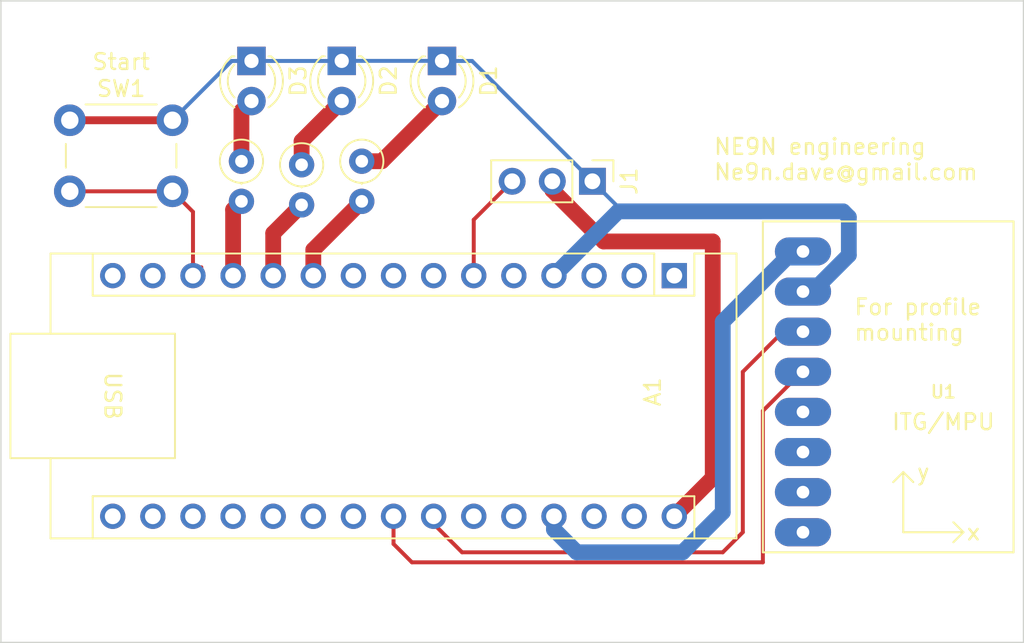
<source format=kicad_pcb>
(kicad_pcb (version 20240108) (generator "pcbnew") (generator_version "8.0")
  (layers (0 "F.Cu" signal) (31 "B.Cu" signal) (34 "B.Paste" user) (35 "F.Paste" user) (36 "B.SilkS" user "B.Silkscreen") (37 "F.SilkS" user "F.Silkscreen") (38 "B.Mask" user) (39 "F.Mask" user) (44 "Edge.Cuts" user))
  (net 0 "")
  (net 5 "Net-(A1-D3)")
  (net 9 "Net-(A1-D7)")
  (net 10 "Net-(A1-D8)")
  (net 11 "Net-(A1-D9)")
  (net 12 "Net-(A1-D10)")
  (net 22 "Net-(A1-A4)")
  (net 23 "Net-(A1-A5)")
  (net 26 "GND")
  (net 28 "+5V")
  (net 29 "Net-(A1-VIN)")
  (net 34 "Net-(D1-A)")
  (net 35 "Net-(D2-A)")
  (net 36 "Net-(D3-A)")
  (net 37 "GND1")
  (footprint "LED_THT:LED_D3.0mm" (layer "F.Cu") (at 140.335 75.565 -90)
    (property "Reference" "D1" (at 1.27 -2.96 90) (layer "F.SilkS"))
    (property "Value" "LED")
    (fp_line (start -0.29 1.08) (end -0.29 1.236) (stroke (width 0.12)) (layer "F.SilkS"))
    (fp_line (start -0.29 -1.236) (end -0.29 -1.08) (stroke (width 0.12)) (layer "F.SilkS"))
    (fp_arc (start 2.31113 1.079837) (mid 1.270117 1.5) (end 0.229039 1.08) (stroke (width 0.12)) (layer "F.SilkS"))
    (fp_arc (start 2.942335 1.078608) (mid 1.366487 1.987659) (end -0.29 1.235516) (stroke (width 0.12)) (layer "F.SilkS"))
    (fp_arc (start 0.229039 -1.08) (mid 1.270117 -1.5) (end 2.31113 -1.079837) (stroke (width 0.12)) (layer "F.SilkS"))
    (fp_arc (start -0.29 -1.235516) (mid 1.366487 -1.987659) (end 2.942335 -1.078608) (stroke (width 0.12)) (layer "F.SilkS"))
    (pad "1" thru_hole rect (at 0 0 270) (size 1.8 1.8) (drill 0.9) (layers "*.Cu" "*.Mask") (net 26 "GND"))
    (pad "2" thru_hole circle (at 2.54 0 270) (size 1.8 1.8) (drill 0.9) (layers "*.Cu" "*.Mask") (net 34 "Net-(D1-A)"))
  )
  (footprint "Module:Arduino_Nano" (layer "F.Cu") (at 155.046 89.159 -90)
    (property "Reference" "A1" (at 7.361 1.376 90) (layer "F.SilkS"))
    (property "Value" "Arduino_Nano_v3.x")
    (fp_line (start 3.68 42.04) (end 3.68 31.62) (stroke (width 0.12)) (layer "F.SilkS"))
    (fp_line (start 11.56 42.04) (end 3.68 42.04) (stroke (width 0.12)) (layer "F.SilkS"))
    (fp_line (start -1.4 39.5) (end 3.68 39.5) (stroke (width 0.12)) (layer "F.SilkS"))
    (fp_line (start 16.64 39.5) (end 11.56 39.5) (stroke (width 0.12)) (layer "F.SilkS"))
    (fp_line (start 16.64 39.5) (end 16.64 -3.94) (stroke (width 0.12)) (layer "F.SilkS"))
    (fp_line (start 1.27 36.83) (end -1.4 36.83) (stroke (width 0.12)) (layer "F.SilkS"))
    (fp_line (start 13.97 36.83) (end 16.64 36.83) (stroke (width 0.12)) (layer "F.SilkS"))
    (fp_line (start 3.68 31.62) (end 11.56 31.62) (stroke (width 0.12)) (layer "F.SilkS"))
    (fp_line (start 11.56 31.62) (end 11.56 42.04) (stroke (width 0.12)) (layer "F.SilkS"))
    (fp_line (start -1.4 1.27) (end -1.4 39.5) (stroke (width 0.12)) (layer "F.SilkS"))
    (fp_line (start 1.27 1.27) (end 1.27 36.83) (stroke (width 0.12)) (layer "F.SilkS"))
    (fp_line (start 1.27 1.27) (end -1.4 1.27) (stroke (width 0.12)) (layer "F.SilkS"))
    (fp_line (start 1.27 1.27) (end 1.27 -1.27) (stroke (width 0.12)) (layer "F.SilkS"))
    (fp_line (start 1.27 -1.27) (end -1.4 -1.27) (stroke (width 0.12)) (layer "F.SilkS"))
    (fp_line (start 13.97 -1.27) (end 13.97 36.83) (stroke (width 0.12)) (layer "F.SilkS"))
    (fp_line (start 13.97 -1.27) (end 16.64 -1.27) (stroke (width 0.12)) (layer "F.SilkS"))
    (fp_line (start -1.4 -3.94) (end -1.4 -1.27) (stroke (width 0.12)) (layer "F.SilkS"))
    (fp_line (start 16.64 -3.94) (end -1.4 -3.94) (stroke (width 0.12)) (layer "F.SilkS"))
    (fp_text user "USB" (at 7.62 35.56 -90) (layer "F.SilkS"))
    (pad "1" thru_hole rect (at 0 0 270) (size 1.6 1.6) (drill 1) (layers "*.Cu" "*.Mask"))
    (pad "2" thru_hole oval (at 0 2.54 270) (size 1.6 1.6) (drill 1) (layers "*.Cu" "*.Mask"))
    (pad "3" thru_hole oval (at 0 5.08 270) (size 1.6 1.6) (drill 1) (layers "*.Cu" "*.Mask"))
    (pad "4" thru_hole oval (at 0 7.62 270) (size 1.6 1.6) (drill 1) (layers "*.Cu" "*.Mask") (net 26 "GND"))
    (pad "5" thru_hole oval (at 0 10.16 270) (size 1.6 1.6) (drill 1) (layers "*.Cu" "*.Mask"))
    (pad "6" thru_hole oval (at 0 12.7 270) (size 1.6 1.6) (drill 1) (layers "*.Cu" "*.Mask") (net 5 "Net-(A1-D3)"))
    (pad "7" thru_hole oval (at 0 15.24 270) (size 1.6 1.6) (drill 1) (layers "*.Cu" "*.Mask"))
    (pad "8" thru_hole oval (at 0 17.78 270) (size 1.6 1.6) (drill 1) (layers "*.Cu" "*.Mask"))
    (pad "9" thru_hole oval (at 0 20.32 270) (size 1.6 1.6) (drill 1) (layers "*.Cu" "*.Mask"))
    (pad "10" thru_hole oval (at 0 22.86 270) (size 1.6 1.6) (drill 1) (layers "*.Cu" "*.Mask") (net 9 "Net-(A1-D7)"))
    (pad "11" thru_hole oval (at 0 25.4 270) (size 1.6 1.6) (drill 1) (layers "*.Cu" "*.Mask") (net 10 "Net-(A1-D8)"))
    (pad "12" thru_hole oval (at 0 27.94 270) (size 1.6 1.6) (drill 1) (layers "*.Cu" "*.Mask") (net 11 "Net-(A1-D9)"))
    (pad "13" thru_hole oval (at 0 30.48 270) (size 1.6 1.6) (drill 1) (layers "*.Cu" "*.Mask") (net 12 "Net-(A1-D10)"))
    (pad "14" thru_hole oval (at 0 33.02 270) (size 1.6 1.6) (drill 1) (layers "*.Cu" "*.Mask"))
    (pad "15" thru_hole oval (at 0 35.56 270) (size 1.6 1.6) (drill 1) (layers "*.Cu" "*.Mask"))
    (pad "16" thru_hole oval (at 15.24 35.56 270) (size 1.6 1.6) (drill 1) (layers "*.Cu" "*.Mask"))
    (pad "17" thru_hole oval (at 15.24 33.02 270) (size 1.6 1.6) (drill 1) (layers "*.Cu" "*.Mask"))
    (pad "18" thru_hole oval (at 15.24 30.48 270) (size 1.6 1.6) (drill 1) (layers "*.Cu" "*.Mask"))
    (pad "19" thru_hole oval (at 15.24 27.94 270) (size 1.6 1.6) (drill 1) (layers "*.Cu" "*.Mask"))
    (pad "20" thru_hole oval (at 15.24 25.4 270) (size 1.6 1.6) (drill 1) (layers "*.Cu" "*.Mask"))
    (pad "21" thru_hole oval (at 15.24 22.86 270) (size 1.6 1.6) (drill 1) (layers "*.Cu" "*.Mask"))
    (pad "22" thru_hole oval (at 15.24 20.32 270) (size 1.6 1.6) (drill 1) (layers "*.Cu" "*.Mask"))
    (pad "23" thru_hole oval (at 15.24 17.78 270) (size 1.6 1.6) (drill 1) (layers "*.Cu" "*.Mask") (net 22 "Net-(A1-A4)"))
    (pad "24" thru_hole oval (at 15.24 15.24 270) (size 1.6 1.6) (drill 1) (layers "*.Cu" "*.Mask") (net 23 "Net-(A1-A5)"))
    (pad "25" thru_hole oval (at 15.24 12.7 270) (size 1.6 1.6) (drill 1) (layers "*.Cu" "*.Mask"))
    (pad "26" thru_hole oval (at 15.24 10.16 270) (size 1.6 1.6) (drill 1) (layers "*.Cu" "*.Mask"))
    (pad "27" thru_hole oval (at 15.24 7.62 270) (size 1.6 1.6) (drill 1) (layers "*.Cu" "*.Mask") (net 28 "+5V"))
    (pad "28" thru_hole oval (at 15.24 5.08 270) (size 1.6 1.6) (drill 1) (layers "*.Cu" "*.Mask"))
    (pad "29" thru_hole oval (at 15.24 2.54 270) (size 1.6 1.6) (drill 1) (layers "*.Cu" "*.Mask") (net 37 "GND1"))
    (pad "30" thru_hole oval (at 15.24 0 270) (size 1.6 1.6) (drill 1) (layers "*.Cu" "*.Mask") (net 29 "Net-(A1-VIN)"))
  )
  (footprint "MountingHole:MountingHole_2.2mm_M2" (layer "F.Cu") (at 114.935 108.585)
    (property "Reference" "H4" (hide yes))
    (property "Value" "MountingHole" (hide yes))
    (pad "" np_thru_hole circle (at 0 0) (size 2.2 2.2) (drill 2.2) (layers "*.Cu" "*.Mask"))
  )
  (footprint "MountingHole:MountingHole_2.2mm_M2" (layer "F.Cu") (at 172.085 109.22)
    (property "Reference" "H3" (hide yes))
    (property "Value" "MountingHole" (hide yes))
    (pad "" np_thru_hole circle (at 0 0) (size 2.2 2.2) (drill 2.2) (layers "*.Cu" "*.Mask"))
  )
  (footprint "dave:GY-521" (layer "F.Cu") (at 172.085 96.52)
    (property "Reference" "U1" (at 0 0 0) (layer "F.SilkS") (effects (font (size 0.787402 0.787402))))
    (property "Value" "GY-521")
    (fp_line (start -11.43 -10.795) (end 4.445 -10.795) (stroke (width 0.127)) (layer "F.SilkS"))
    (fp_line (start -11.43 10.16) (end -11.43 -10.795) (stroke (width 0.127)) (layer "F.SilkS"))
    (fp_line (start -2.54 5.08) (end -3.175 5.715) (stroke (width 0.127)) (layer "F.SilkS"))
    (fp_line (start -2.54 5.08) (end -1.905 5.715) (stroke (width 0.127)) (layer "F.SilkS"))
    (fp_line (start -2.54 8.89) (end -2.54 5.08) (stroke (width 0.127)) (layer "F.SilkS"))
    (fp_line (start -2.54 8.89) (end 1.27 8.89) (stroke (width 0.127)) (layer "F.SilkS"))
    (fp_line (start 1.27 8.89) (end 0.635 8.255) (stroke (width 0.127)) (layer "F.SilkS"))
    (fp_line (start 1.27 8.89) (end 0.635 9.525) (stroke (width 0.127)) (layer "F.SilkS"))
    (fp_line (start 4.445 -10.795) (end 4.445 10.16) (stroke (width 0.127)) (layer "F.SilkS"))
    (fp_line (start 4.445 10.16) (end -11.43 10.16) (stroke (width 0.127)) (layer "F.SilkS"))
    (fp_text user "y" (at -1.27 5.08 0) (layer "F.SilkS"))
    (fp_text user "x" (at 1.905 8.89 0) (layer "F.SilkS"))
    (fp_text user "ITG/MPU" (at 0 1.905 0) (layer "F.SilkS"))
    (pad "ADO" thru_hole oval (at -8.89 6.35) (size 3.556 1.778) (drill 0.8) (layers "*.Cu" "*.Mask"))
    (pad "GND" thru_hole oval (at -8.89 -6.35) (size 3.556 1.778) (drill 0.8) (layers "*.Cu" "*.Mask") (net 26 "GND"))
    (pad "INT" thru_hole oval (at -8.89 8.89) (size 3.556 1.778) (drill 0.8) (layers "*.Cu" "*.Mask"))
    (pad "SCL" thru_hole oval (at -8.89 -3.81) (size 3.556 1.778) (drill 0.8) (layers "*.Cu" "*.Mask") (net 23 "Net-(A1-A5)"))
    (pad "SDA" thru_hole oval (at -8.89 -1.27) (size 3.556 1.778) (drill 0.8) (layers "*.Cu" "*.Mask") (net 22 "Net-(A1-A4)"))
    (pad "VCC" thru_hole oval (at -8.89 -8.89) (size 3.556 1.778) (drill 0.8) (layers "*.Cu" "*.Mask") (net 28 "+5V"))
    (pad "XCL" thru_hole oval (at -8.89 3.81) (size 3.556 1.778) (drill 0.8) (layers "*.Cu" "*.Mask"))
    (pad "XDA" thru_hole oval (at -8.89 1.27) (size 3.556 1.778) (drill 0.8) (layers "*.Cu" "*.Mask"))
  )
  (footprint "Resistor_THT:R_Axial_DIN0207_L6.3mm_D2.5mm_P2.54mm_Vertical" (layer "F.Cu") (at 135.255 81.915 -90)
    (property "Reference" "R1" (hide yes))
    (property "Value" "R_US" (hide yes))
    (fp_line (start 1.37 0) (end 1.44 0) (stroke (width 0.12)) (layer "F.SilkS"))
    (fp_circle (center 0 0) (end 1.37 0) (stroke (width 0.12)) (fill none) (layer "F.SilkS"))
    (pad "1" thru_hole circle (at 0 0 270) (size 1.6 1.6) (drill 0.8) (layers "*.Cu" "*.Mask") (net 34 "Net-(D1-A)"))
    (pad "2" thru_hole oval (at 2.54 0 270) (size 1.6 1.6) (drill 0.8) (layers "*.Cu" "*.Mask") (net 9 "Net-(A1-D7)"))
  )
  (footprint "MountingHole:MountingHole_2.2mm_M2" (layer "F.Cu") (at 114.935 74.93)
    (property "Reference" "H1" (hide yes))
    (property "Value" "MountingHole" (hide yes))
    (pad "" np_thru_hole circle (at 0 0) (size 2.2 2.2) (drill 2.2) (layers "*.Cu" "*.Mask"))
  )
  (footprint "Button_Switch_THT:SW_PUSH_6mm_H8.5mm" (layer "F.Cu") (at 116.765 79.32)
    (property "Reference" "SW1" (at 3.25 -2 0) (layer "F.SilkS"))
    (property "Value" "Start" (hide yes))
    (fp_line (start -0.25 1.5) (end -0.25 3) (stroke (width 0.12)) (layer "F.SilkS"))
    (fp_line (start 1 5.5) (end 5.5 5.5) (stroke (width 0.12)) (layer "F.SilkS"))
    (fp_line (start 5.5 -1) (end 1 -1) (stroke (width 0.12)) (layer "F.SilkS"))
    (fp_line (start 6.75 3) (end 6.75 1.5) (stroke (width 0.12)) (layer "F.SilkS"))
    (pad "1" thru_hole circle (at 0 0 90) (size 2 2) (drill 1.1) (layers "*.Cu" "*.Mask") (net 26 "GND"))
    (pad "1" thru_hole circle (at 6.5 0 90) (size 2 2) (drill 1.1) (layers "*.Cu" "*.Mask") (net 26 "GND"))
    (pad "2" thru_hole circle (at 0 4.5 90) (size 2 2) (drill 1.1) (layers "*.Cu" "*.Mask") (net 12 "Net-(A1-D10)"))
    (pad "2" thru_hole circle (at 6.5 4.5 90) (size 2 2) (drill 1.1) (layers "*.Cu" "*.Mask") (net 12 "Net-(A1-D10)"))
  )
  (footprint "LED_THT:LED_D3.0mm" (layer "F.Cu") (at 133.985 75.56 -90)
    (property "Reference" "D2" (at 1.27 -2.96 90) (layer "F.SilkS"))
    (property "Value" "LED")
    (fp_line (start -0.29 1.08) (end -0.29 1.236) (stroke (width 0.12)) (layer "F.SilkS"))
    (fp_line (start -0.29 -1.236) (end -0.29 -1.08) (stroke (width 0.12)) (layer "F.SilkS"))
    (fp_arc (start 2.31113 1.079837) (mid 1.270117 1.5) (end 0.229039 1.08) (stroke (width 0.12)) (layer "F.SilkS"))
    (fp_arc (start 2.942335 1.078608) (mid 1.366487 1.987659) (end -0.29 1.235516) (stroke (width 0.12)) (layer "F.SilkS"))
    (fp_arc (start 0.229039 -1.08) (mid 1.270117 -1.5) (end 2.31113 -1.079837) (stroke (width 0.12)) (layer "F.SilkS"))
    (fp_arc (start -0.29 -1.235516) (mid 1.366487 -1.987659) (end 2.942335 -1.078608) (stroke (width 0.12)) (layer "F.SilkS"))
    (pad "1" thru_hole rect (at 0 0 270) (size 1.8 1.8) (drill 0.9) (layers "*.Cu" "*.Mask") (net 26 "GND"))
    (pad "2" thru_hole circle (at 2.54 0 270) (size 1.8 1.8) (drill 0.9) (layers "*.Cu" "*.Mask") (net 35 "Net-(D2-A)"))
  )
  (footprint "Resistor_THT:R_Axial_DIN0207_L6.3mm_D2.5mm_P2.54mm_Vertical" (layer "F.Cu") (at 127.635 81.915 -90)
    (property "Reference" "R3" (hide yes))
    (property "Value" "R_US" (hide yes))
    (fp_line (start 1.37 0) (end 1.44 0) (stroke (width 0.12)) (layer "F.SilkS"))
    (fp_circle (center 0 0) (end 1.37 0) (stroke (width 0.12)) (fill none) (layer "F.SilkS"))
    (pad "1" thru_hole circle (at 0 0 270) (size 1.6 1.6) (drill 0.8) (layers "*.Cu" "*.Mask") (net 36 "Net-(D3-A)"))
    (pad "2" thru_hole oval (at 2.54 0 270) (size 1.6 1.6) (drill 0.8) (layers "*.Cu" "*.Mask") (net 11 "Net-(A1-D9)"))
  )
  (footprint "MountingHole:MountingHole_2.2mm_M2" (layer "F.Cu") (at 172.085 75.565)
    (property "Reference" "H2" (hide yes))
    (property "Value" "MountingHole" (hide yes))
    (pad "" np_thru_hole circle (at 0 0) (size 2.2 2.2) (drill 2.2) (layers "*.Cu" "*.Mask"))
  )
  (footprint "LED_THT:LED_D3.0mm" (layer "F.Cu") (at 128.27 75.565 -90)
    (property "Reference" "D3" (at 1.27 -2.96 90) (layer "F.SilkS"))
    (property "Value" "LED")
    (fp_line (start -0.29 1.08) (end -0.29 1.236) (stroke (width 0.12)) (layer "F.SilkS"))
    (fp_line (start -0.29 -1.236) (end -0.29 -1.08) (stroke (width 0.12)) (layer "F.SilkS"))
    (fp_arc (start 2.31113 1.079837) (mid 1.270117 1.5) (end 0.229039 1.08) (stroke (width 0.12)) (layer "F.SilkS"))
    (fp_arc (start 2.942335 1.078608) (mid 1.366487 1.987659) (end -0.29 1.235516) (stroke (width 0.12)) (layer "F.SilkS"))
    (fp_arc (start 0.229039 -1.08) (mid 1.270117 -1.5) (end 2.31113 -1.079837) (stroke (width 0.12)) (layer "F.SilkS"))
    (fp_arc (start -0.29 -1.235516) (mid 1.366487 -1.987659) (end 2.942335 -1.078608) (stroke (width 0.12)) (layer "F.SilkS"))
    (pad "1" thru_hole rect (at 0 0 270) (size 1.8 1.8) (drill 0.9) (layers "*.Cu" "*.Mask") (net 26 "GND"))
    (pad "2" thru_hole circle (at 2.54 0 270) (size 1.8 1.8) (drill 0.9) (layers "*.Cu" "*.Mask") (net 36 "Net-(D3-A)"))
  )
  (footprint "Resistor_THT:R_Axial_DIN0207_L6.3mm_D2.5mm_P2.54mm_Vertical" (layer "F.Cu") (at 131.445 82.14 -90)
    (property "Reference" "R2" (hide yes))
    (property "Value" "R_US" (hide yes))
    (fp_line (start 1.37 0) (end 1.44 0) (stroke (width 0.12)) (layer "F.SilkS"))
    (fp_circle (center 0 0) (end 1.37 0) (stroke (width 0.12)) (fill none) (layer "F.SilkS"))
    (pad "1" thru_hole circle (at 0 0 270) (size 1.6 1.6) (drill 0.8) (layers "*.Cu" "*.Mask") (net 35 "Net-(D2-A)"))
    (pad "2" thru_hole oval (at 2.54 0 270) (size 1.6 1.6) (drill 0.8) (layers "*.Cu" "*.Mask") (net 10 "Net-(A1-D8)"))
  )
  (footprint "Connector_PinHeader_2.54mm:PinHeader_1x03_P2.54mm_Vertical" (layer "F.Cu") (at 149.86 83.185 -90)
    (property "Reference" "J1" (at 0 -2.33 90) (layer "F.SilkS"))
    (property "Value" "Servo connector")
    (fp_line (start -1.33 6.41) (end 1.33 6.41) (stroke (width 0.12)) (layer "F.SilkS"))
    (fp_line (start -1.33 1.27) (end -1.33 6.41) (stroke (width 0.12)) (layer "F.SilkS"))
    (fp_line (start -1.33 1.27) (end 1.33 1.27) (stroke (width 0.12)) (layer "F.SilkS"))
    (fp_line (start 1.33 1.27) (end 1.33 6.41) (stroke (width 0.12)) (layer "F.SilkS"))
    (fp_line (start -1.33 0) (end -1.33 -1.33) (stroke (width 0.12)) (layer "F.SilkS"))
    (fp_line (start -1.33 -1.33) (end 0 -1.33) (stroke (width 0.12)) (layer "F.SilkS"))
    (pad "1" thru_hole rect (at 0 0 270) (size 1.7 1.7) (drill 1) (layers "*.Cu" "*.Mask") (net 26 "GND"))
    (pad "2" thru_hole oval (at 0 2.54 270) (size 1.7 1.7) (drill 1) (layers "*.Cu" "*.Mask") (net 29 "Net-(A1-VIN)"))
    (pad "3" thru_hole oval (at 0 5.08 270) (size 1.7 1.7) (drill 1) (layers "*.Cu" "*.Mask") (net 5 "Net-(A1-D3)"))
  )
  (gr_rect (start 112.395 71.755) (end 177.165 112.395) (stroke (width 0.1)) (fill none) (layer "Edge.Cuts"))
  (gr_text "NE9N engineering \nNe9n.dave@gmail.com\n" (at 157.48 83.185 0) (layer "F.SilkS") (effects (font (size 1 1)) (justify left bottom)))
  (gr_text "Start " (at 118.11 76.2 0) (layer "F.SilkS") (effects (font (size 1 1)) (justify left bottom)))
  (gr_text "For profile \nmounting" (at 166.37 93.345 0) (layer "F.SilkS") (effects (font (size 1 1)) (justify left bottom)))
  (segment (start 142.346 85.619) (end 144.78 83.185) (width 0.25) (layer "F.Cu") (net 5))
  (segment (start 142.346 89.159) (end 142.346 85.619) (width 0.25) (layer "F.Cu") (net 5))
  (segment (start 132.186 89.159) (end 132.186 87.524) (width 1) (layer "F.Cu") (net 9))
  (segment (start 132.186 87.524) (end 135.255 84.455) (width 1) (layer "F.Cu") (net 9))
  (segment (start 129.646 89.159) (end 129.646 86.479) (width 1) (layer "F.Cu") (net 10))
  (segment (start 129.646 86.479) (end 131.445 84.68) (width 1) (layer "F.Cu") (net 10))
  (segment (start 127.106 84.984) (end 127.635 84.455) (width 1) (layer "F.Cu") (net 11))
  (segment (start 127.106 89.159) (end 127.106 84.984) (width 1) (layer "F.Cu") (net 11))
  (segment (start 123.115 83.97) (end 123.265 83.82) (width 0.25) (layer "F.Cu") (net 12))
  (segment (start 124.566 85.121) (end 124.566 89.159) (width 0.25) (layer "F.Cu") (net 12))
  (segment (start 124.566 89.159) (end 125.095 88.63) (width 0.25) (layer "F.Cu") (net 12))
  (segment (start 123.265 83.82) (end 124.566 85.121) (width 0.25) (layer "F.Cu") (net 12))
  (segment (start 116.765 83.82) (end 123.265 83.82) (width 0.25) (layer "F.Cu") (net 12))
  (segment (start 160.655 97.724145) (end 162.811645 95.5675) (width 0.25) (layer "F.Cu") (net 22))
  (segment (start 137.266 106.151) (end 138.43 107.315) (width 0.25) (layer "F.Cu") (net 22))
  (segment (start 137.266 104.399) (end 137.266 106.151) (width 0.25) (layer "F.Cu") (net 22))
  (segment (start 138.43 107.315) (end 160.655 107.315) (width 0.25) (layer "F.Cu") (net 22))
  (segment (start 160.655 107.315) (end 160.655 97.724145) (width 0.25) (layer "F.Cu") (net 22))
  (segment (start 161.6075 93.0275) (end 159.385 95.25) (width 0.25) (layer "F.Cu") (net 23))
  (segment (start 141.605 106.68) (end 139.806 104.881) (width 0.25) (layer "F.Cu") (net 23))
  (segment (start 158.115 106.68) (end 141.605 106.68) (width 0.25) (layer "F.Cu") (net 23))
  (segment (start 159.385 95.25) (end 159.385 105.41) (width 0.25) (layer "F.Cu") (net 23))
  (segment (start 162.8775 93.0275) (end 161.6075 93.0275) (width 0.25) (layer "F.Cu") (net 23))
  (segment (start 139.806 104.881) (end 139.806 104.399) (width 0.25) (layer "F.Cu") (net 23))
  (segment (start 159.385 105.41) (end 158.115 106.68) (width 0.25) (layer "F.Cu") (net 23))
  (segment (start 116.765 79.32) (end 123.265 79.32) (width 0.5) (layer "F.Cu") (net 26))
  (segment (start 140.33 75.56) (end 140.335 75.565) (width 0.25) (layer "B.Cu") (net 26))
  (segment (start 142.24 75.565) (end 149.86 83.185) (width 0.25) (layer "B.Cu") (net 26))
  (segment (start 127.02 75.565) (end 123.265 79.32) (width 0.25) (layer "B.Cu") (net 26))
  (segment (start 133.985 75.56) (end 140.33 75.56) (width 0.25) (layer "B.Cu") (net 26))
  (segment (start 147.426 89.159) (end 150.495 86.09) (width 1) (layer "B.Cu") (net 26))
  (segment (start 163.195 90.17) (end 163.791185 90.17) (width 1) (layer "B.Cu") (net 26))
  (segment (start 128.27 75.565) (end 127.02 75.565) (width 0.25) (layer "B.Cu") (net 26))
  (segment (start 151.495 85.09) (end 150.495 86.09) (width 1) (layer "B.Cu") (net 26))
  (segment (start 149.86 83.185) (end 151.495 84.82) (width 0.25) (layer "B.Cu") (net 26))
  (segment (start 140.335 75.565) (end 142.24 75.565) (width 0.25) (layer "B.Cu") (net 26))
  (segment (start 162.8775 90.4875) (end 163.195 90.17) (width 1) (layer "B.Cu") (net 26))
  (segment (start 151.495 84.82) (end 151.495 85.09) (width 0.25) (layer "B.Cu") (net 26))
  (segment (start 128.27 75.565) (end 133.98 75.565) (width 0.25) (layer "B.Cu") (net 26))
  (segment (start 149.373299 82.698299) (end 149.497 82.822) (width 0.5) (layer "B.Cu") (net 26))
  (segment (start 163.791185 90.17) (end 166.098 87.863185) (width 1) (layer "B.Cu") (net 26))
  (segment (start 166.098 87.863185) (end 166.098 85.453) (width 1) (layer "B.Cu") (net 26))
  (segment (start 165.735 85.09) (end 151.495 85.09) (width 1) (layer "B.Cu") (net 26))
  (segment (start 166.098 85.453) (end 165.735 85.09) (width 1) (layer "B.Cu") (net 26))
  (segment (start 133.98 75.565) (end 133.985 75.56) (width 0.25) (layer "B.Cu") (net 26))
  (segment (start 155.575 106.68) (end 158.115 104.14) (width 1) (layer "B.Cu") (net 28))
  (segment (start 148.86925 106.68) (end 155.575 106.68) (width 1) (layer "B.Cu") (net 28))
  (segment (start 147.426 104.399) (end 147.426 105.23675) (width 1) (layer "B.Cu") (net 28))
  (segment (start 147.426 105.23675) (end 148.86925 106.68) (width 1) (layer "B.Cu") (net 28))
  (segment (start 162.2425 87.9475) (end 162.8775 87.9475) (width 1) (layer "B.Cu") (net 28))
  (segment (start 158.115 92.075) (end 162.2425 87.9475) (width 1) (layer "B.Cu") (net 28))
  (segment (start 158.115 104.14) (end 158.115 92.075) (width 1) (layer "B.Cu") (net 28))
  (segment (start 147.32 83.185) (end 147.32 83.745) (width 1) (layer "F.Cu") (net 29))
  (segment (start 157.48 86.995) (end 157.48 101.965) (width 1) (layer "F.Cu") (net 29))
  (segment (start 150.57 86.995) (end 157.48 86.995) (width 1) (layer "F.Cu") (net 29))
  (segment (start 147.32 83.745) (end 150.57 86.995) (width 1) (layer "F.Cu") (net 29))
  (segment (start 157.48 101.965) (end 155.046 104.399) (width 1) (layer "F.Cu") (net 29))
  (segment (start 135.255 81.915) (end 136.525 81.915) (width 1) (layer "F.Cu") (net 34))
  (segment (start 136.525 81.915) (end 140.335 78.105) (width 1) (layer "F.Cu") (net 34))
  (segment (start 131.445 82.14) (end 131.445 80.64) (width 1) (layer "F.Cu") (net 35))
  (segment (start 131.445 80.64) (end 133.985 78.1) (width 1) (layer "F.Cu") (net 35))
  (segment (start 127.635 78.74) (end 128.27 78.105) (width 1) (layer "F.Cu") (net 36))
  (segment (start 127.635 81.915) (end 127.635 78.74) (width 1) (layer "F.Cu") (net 36))
)
</source>
